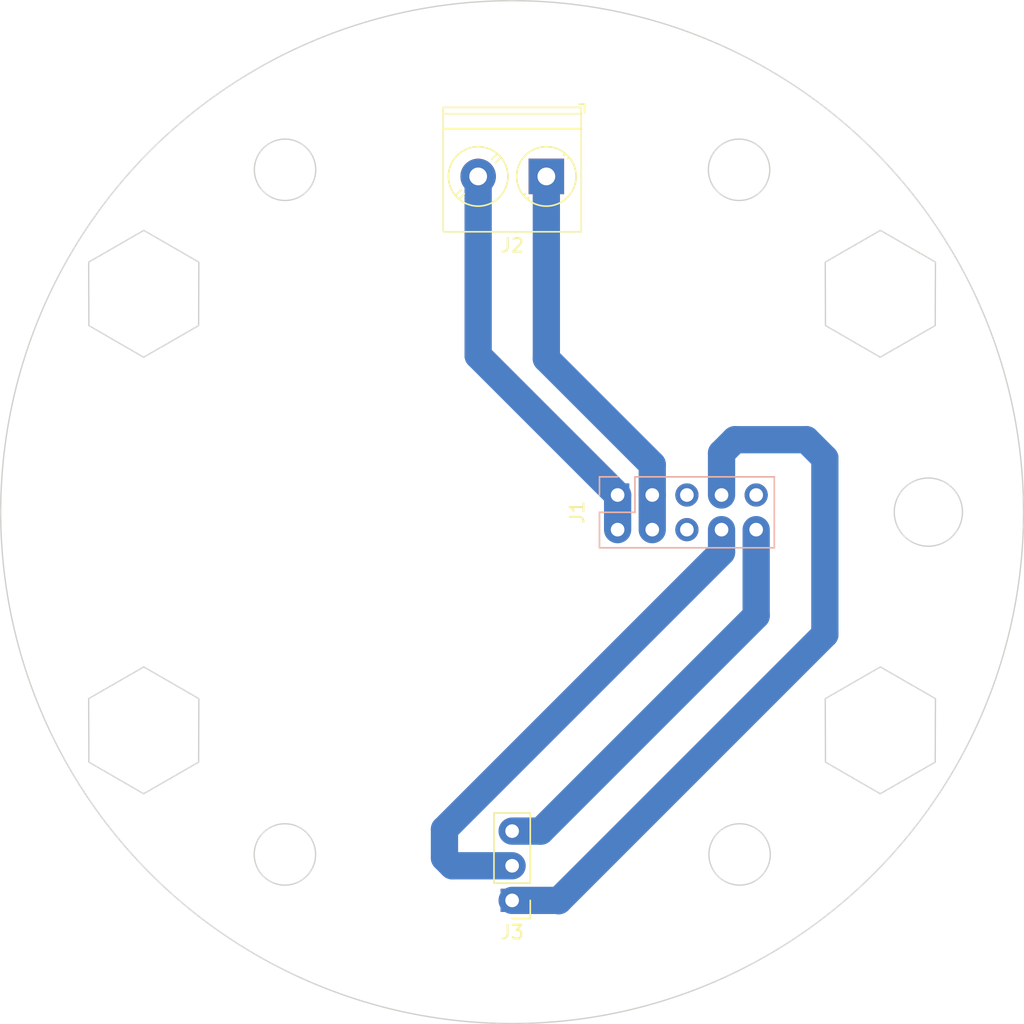
<source format=kicad_pcb>
(kicad_pcb (version 20211014) (generator pcbnew)
  (layers (0 "F.Cu" signal) (31 "B.Cu" signal) (34 "B.Paste" user) (35 "F.Paste" user) (36 "B.SilkS" user "B.Silkscreen") (37 "F.SilkS" user "F.Silkscreen") (38 "B.Mask" user) (39 "F.Mask" user) (44 "Edge.Cuts" user))
  (net 0 "")
  (net 1 "/GND")
  (net 2 "/24V")
  (net 3 "/Earth")
  (net 4 "/Von")
  (net 5 "/485+")
  (net 6 "/485-")
  (net 7 "/Internal Use")
  (net 8 "/485 GND")
  (footprint "TerminalBlock_Phoenix:TerminalBlock_Phoenix_PT-1,5-2-5.0-H_1x02_P5.00mm_Horizontal" (layer "F.Cu") (at 63.71 37.485 180)
    (fp_text reference "J2" (at 2.5 -5.06) (layer "F.SilkS"))
    (fp_text value "Conn_01x02")
    (fp_line (start -2.56 3.5) (end 7.56 3.5) (layer "F.SilkS") (width 0.12))
    (fp_line (start -2.56 4.6) (end 7.56 4.6) (layer "F.SilkS") (width 0.12))
    (fp_line (start -2.56 -4.06) (end -2.56 5.06) (layer "F.SilkS") (width 0.12))
    (fp_line (start 3.993 1.274) (end 3.613 1.654) (layer "F.SilkS") (width 0.12))
    (fp_line (start -2.56 -4.06) (end 7.56 -4.06) (layer "F.SilkS") (width 0.12))
    (fp_line (start 6.654 -1.388) (end 6.259 -0.992) (layer "F.SilkS") (width 0.12))
    (fp_line (start 1.388 -1.654) (end 1.281 -1.547) (layer "F.SilkS") (width 0.12))
    (fp_line (start 3.742 0.992) (end 3.347 1.388) (layer "F.SilkS") (width 0.12))
    (fp_line (start -2.56 5.06) (end 7.56 5.06) (layer "F.SilkS") (width 0.12))
    (fp_line (start -1.548 1.281) (end -1.654 1.388) (layer "F.SilkS") (width 0.12))
    (fp_line (start -2.8 4.66) (end -2.8 5.3) (layer "F.SilkS") (width 0.12))
    (fp_line (start -2.8 5.3) (end -2.4 5.3) (layer "F.SilkS") (width 0.12))
    (fp_line (start 6.388 -1.654) (end 6.008 -1.274) (layer "F.SilkS") (width 0.12))
    (fp_line (start 1.654 -1.388) (end 1.547 -1.281) (layer "F.SilkS") (width 0.12))
    (fp_line (start -1.282 1.547) (end -1.388 1.654) (layer "F.SilkS") (width 0.12))
    (fp_line (start 7.56 -4.06) (end 7.56 5.06) (layer "F.SilkS") (width 0.12))
    (fp_circle (center 0 0) (end 2.18 0) (layer "F.SilkS") (width 0.12) (fill none))
    (fp_circle (center 5 0) (end 7.18 0) (layer "F.SilkS") (width 0.12) (fill none))
    (pad "1" thru_hole rect (at 0 0 180) (size 2.6 2.6) (drill 1.3) (layers *.Cu *.Mask) (net 2 "/24V"))
    (pad "2" thru_hole circle (at 5 0 180) (size 2.6 2.6) (drill 1.3) (layers *.Cu *.Mask) (net 1 "/GND"))
  )
  (footprint "Connector_PinHeader_2.54mm:PinHeader_1x03_P2.54mm_Vertical" (layer "F.Cu") (at 61.2 90.57 180)
    (fp_text reference "J3" (at 0 -2.33) (layer "F.SilkS"))
    (fp_text value "Conn_01x03")
    (fp_line (start -1.33 -1.33) (end 0 -1.33) (layer "F.SilkS") (width 0.12))
    (fp_line (start -1.33 0) (end -1.33 -1.33) (layer "F.SilkS") (width 0.12))
    (fp_line (start -1.33 6.41) (end 1.33 6.41) (layer "F.SilkS") (width 0.12))
    (fp_line (start -1.33 1.27) (end -1.33 6.41) (layer "F.SilkS") (width 0.12))
    (fp_line (start -1.33 1.27) (end 1.33 1.27) (layer "F.SilkS") (width 0.12))
    (fp_line (start 1.33 1.27) (end 1.33 6.41) (layer "F.SilkS") (width 0.12))
    (pad "1" thru_hole rect (at 0 0 180) (size 1.7 1.7) (drill 1) (layers *.Cu *.Mask) (net 5 "/485+"))
    (pad "2" thru_hole oval (at 0 2.54 180) (size 1.7 1.7) (drill 1) (layers *.Cu *.Mask) (net 6 "/485-"))
    (pad "3" thru_hole oval (at 0 5.08 180) (size 1.7 1.7) (drill 1) (layers *.Cu *.Mask) (net 8 "/485 GND"))
  )
  (footprint "Connector_PinHeader_2.54mm:PinHeader_2x05_P2.54mm_Vertical" (layer "B.Cu") (at 68.935 60.845 -90)
    (fp_text reference "J1" (at 1.265 2.965 90) (layer "F.SilkS"))
    (fp_text value "Conn_02x05_Odd_Even")
    (fp_line (start -1.33 -1.27) (end -1.33 -11.49) (layer "B.SilkS") (width 0.12))
    (fp_line (start 1.27 -1.27) (end 1.27 1.33) (layer "B.SilkS") (width 0.12))
    (fp_line (start -1.33 -11.49) (end 3.87 -11.49) (layer "B.SilkS") (width 0.12))
    (fp_line (start -1.33 1.33) (end 0 1.33) (layer "B.SilkS") (width 0.12))
    (fp_line (start -1.33 -1.27) (end 1.27 -1.27) (layer "B.SilkS") (width 0.12))
    (fp_line (start -1.33 0) (end -1.33 1.33) (layer "B.SilkS") (width 0.12))
    (fp_line (start 3.87 1.33) (end 3.87 -11.49) (layer "B.SilkS") (width 0.12))
    (fp_line (start 1.27 1.33) (end 3.87 1.33) (layer "B.SilkS") (width 0.12))
    (pad "1" thru_hole rect (at 0 0 270) (size 1.7 1.7) (drill 1) (layers *.Cu *.Mask) (net 1 "/GND"))
    (pad "2" thru_hole oval (at 2.54 0 270) (size 1.7 1.7) (drill 1) (layers *.Cu *.Mask) (net 1 "/GND"))
    (pad "3" thru_hole oval (at 0 -2.54 270) (size 1.7 1.7) (drill 1) (layers *.Cu *.Mask) (net 2 "/24V"))
    (pad "4" thru_hole oval (at 2.54 -2.54 270) (size 1.7 1.7) (drill 1) (layers *.Cu *.Mask) (net 2 "/24V"))
    (pad "5" thru_hole oval (at 0 -5.08 270) (size 1.7 1.7) (drill 1) (layers *.Cu *.Mask) (net 3 "/Earth"))
    (pad "6" thru_hole oval (at 2.54 -5.08 270) (size 1.7 1.7) (drill 1) (layers *.Cu *.Mask) (net 4 "/Von"))
    (pad "7" thru_hole oval (at 0 -7.62 270) (size 1.7 1.7) (drill 1) (layers *.Cu *.Mask) (net 5 "/485+"))
    (pad "8" thru_hole oval (at 2.54 -7.62 270) (size 1.7 1.7) (drill 1) (layers *.Cu *.Mask) (net 6 "/485-"))
    (pad "9" thru_hole oval (at 0 -10.16 270) (size 1.7 1.7) (drill 1) (layers *.Cu *.Mask) (net 7 "/Internal Use"))
    (pad "10" thru_hole oval (at 2.54 -10.16 270) (size 1.7 1.7) (drill 1) (layers *.Cu *.Mask) (net 8 "/485 GND"))
  )
  (gr_circle (center 91.72 62.1) (end 94.22 62.1) (layer "Edge.Cuts") (width 0.1) (fill none))
  (gr_circle (center 61.2 62.100002) (end 98.7 62.100002) (layer "Edge.Cuts") (width 0.1) (fill none))
  (gr_poly (pts (xy 38.23 43.77) (xy 38.21309 48.424925) (xy 34.180043 50.743123) (xy 30.16691 48.424925) (xy 30.15 43.77) (xy 34.19 41.443134)) (layer "Edge.Cuts") (width 0.1) (fill none))
  (gr_poly (pts (xy 92.24 75.776866) (xy 92.22309 80.431791) (xy 88.190043 82.749989) (xy 84.17691 80.431791) (xy 84.16 75.776866) (xy 88.2 73.45)) (layer "Edge.Cuts") (width 0.1) (fill none))
  (gr_circle (center 44.54 87.2) (end 46.79 87.2) (layer "Edge.Cuts") (width 0.1) (fill none))
  (gr_poly (pts (xy 38.23 75.776866) (xy 38.21309 80.431791) (xy 34.180043 82.749989) (xy 30.16691 80.431791) (xy 30.15 75.776866) (xy 34.19 73.45)) (layer "Edge.Cuts") (width 0.1) (fill none))
  (gr_poly (pts (xy 92.24 43.766866) (xy 92.22309 48.421791) (xy 88.190043 50.739989) (xy 84.17691 48.421791) (xy 84.16 43.766866) (xy 88.2 41.44)) (layer "Edge.Cuts") (width 0.1) (fill none))
  (gr_circle (center 44.55 37) (end 46.8 37) (layer "Edge.Cuts") (width 0.1) (fill none))
  (gr_circle (center 77.84 37) (end 80.09 37) (layer "Edge.Cuts") (width 0.1) (fill none))
  (gr_circle (center 77.88 87.200005) (end 80.13 87.200005) (layer "Edge.Cuts") (width 0.1) (fill none))
  (segment (start 58.71 37.485) (end 58.71 50.62) (width 2) (layer "B.Cu") (net 1))
  (segment (start 68.935 60.845) (end 68.935 63.385) (width 2) (layer "B.Cu") (net 1))
  (segment (start 58.71 50.62) (end 68.935 60.845) (width 2) (layer "B.Cu") (net 1))
  (segment (start 63.71 37.485) (end 63.71 50.85) (width 2) (layer "B.Cu") (net 2))
  (segment (start 63.71 50.85) (end 71.475 58.615) (width 2) (layer "B.Cu") (net 2))
  (segment (start 71.475 63.385) (end 71.475 60.845) (width 2) (layer "B.Cu") (net 2))
  (segment (start 71.475 58.615) (end 71.475 60.845) (width 2) (layer "B.Cu") (net 2))
  (segment (start 84.13 71.07) (end 64.61 90.59) (width 2) (layer "B.Cu") (net 5))
  (segment (start 77.54 56.79) (end 82.77 56.79) (width 2) (layer "B.Cu") (net 5))
  (segment (start 64.61 90.59) (end 64.59 90.57) (width 2) (layer "B.Cu") (net 5))
  (segment (start 64.59 90.57) (end 61.2 90.57) (width 2) (layer "B.Cu") (net 5))
  (segment (start 82.77 56.79) (end 84.13 58.15) (width 2) (layer "B.Cu") (net 5))
  (segment (start 84.13 58.15) (end 84.13 71.07) (width 2) (layer "B.Cu") (net 5))
  (segment (start 76.555 60.845) (end 76.555 57.775) (width 2) (layer "B.Cu") (net 5))
  (segment (start 76.555 57.775) (end 77.54 56.79) (width 2) (layer "B.Cu") (net 5))
  (segment (start 56.24 85.36) (end 56.24 87.45) (width 2) (layer "B.Cu") (net 6))
  (segment (start 56.82 88.03) (end 61.2 88.03) (width 2) (layer "B.Cu") (net 6))
  (segment (start 56.24 87.45) (end 56.82 88.03) (width 2) (layer "B.Cu") (net 6))
  (segment (start 76.555 63.385) (end 76.555 65.045) (width 2) (layer "B.Cu") (net 6))
  (segment (start 76.555 65.045) (end 56.24 85.36) (width 2) (layer "B.Cu") (net 6))
  (segment (start 61.2 85.49) (end 63.3 85.49) (width 2) (layer "B.Cu") (net 8))
  (segment (start 63.3 85.49) (end 79.095 69.695) (width 2) (layer "B.Cu") (net 8))
  (segment (start 79.095 69.695) (end 79.095 63.385) (width 2) (layer "B.Cu") (net 8))
)
</source>
